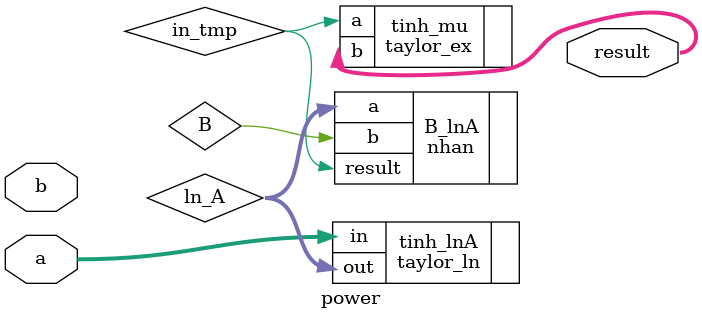
<source format=v>
`include "taylor_ln.v"
`include "taylor_ex."

module power(a, b, result);

input [31:0] a, b;
output [31:0] result;

//tinh ln(A)
wire [31:0] ln_A;
taylor_ln tinh_lnA(.in(a), .out(ln_A));
//tinh B*ln(A)
nhan B_lnA(.a(ln_A), .b(B), .result(in_tmp));
//tinh e^(B*lnA)
taylor_ex tinh_mu(.a(in_tmp), .b(result));
endmodule

</source>
